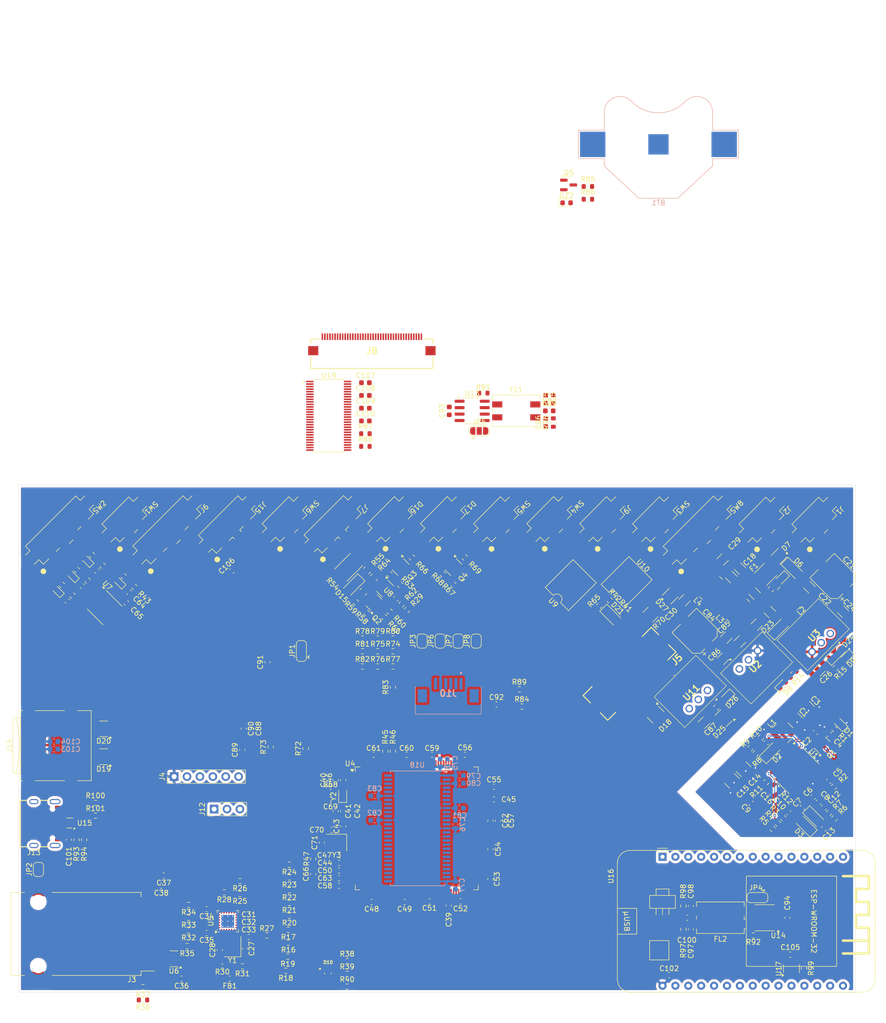
<source format=kicad_pcb>
(kicad_pcb
	(version 20241229)
	(generator "pcbnew")
	(generator_version "9.0")
	(general
		(thickness 1.6)
		(legacy_teardrops no)
	)
	(paper "A4")
	(layers
		(0 "F.Cu" signal)
		(4 "In1.Cu" power)
		(6 "In2.Cu" power)
		(2 "B.Cu" signal)
		(9 "F.Adhes" user "F.Adhesive")
		(11 "B.Adhes" user "B.Adhesive")
		(13 "F.Paste" user)
		(15 "B.Paste" user)
		(5 "F.SilkS" user "F.Silkscreen")
		(7 "B.SilkS" user "B.Silkscreen")
		(1 "F.Mask" user)
		(3 "B.Mask" user)
		(17 "Dwgs.User" user "User.Drawings")
		(19 "Cmts.User" user "User.Comments")
		(21 "Eco1.User" user "User.Eco1")
		(23 "Eco2.User" user "User.Eco2")
		(25 "Edge.Cuts" user)
		(27 "Margin" user)
		(31 "F.CrtYd" user "F.Courtyard")
		(29 "B.CrtYd" user "B.Courtyard")
		(35 "F.Fab" user)
		(33 "B.Fab" user)
		(39 "User.1" user)
		(41 "User.2" user)
		(43 "User.3" user)
		(45 "User.4" user)
		(47 "User.5" user)
		(49 "User.6" user)
		(51 "User.7" user)
		(53 "User.8" user)
		(55 "User.9" user)
	)
	(setup
		(stackup
			(layer "F.SilkS"
				(type "Top Silk Screen")
			)
			(layer "F.Paste"
				(type "Top Solder Paste")
			)
			(layer "F.Mask"
				(type "Top Solder Mask")
				(thickness 0.01)
			)
			(layer "F.Cu"
				(type "copper")
				(thickness 0.035)
			)
			(layer "dielectric 1"
				(type "prepreg")
				(thickness 0.1)
				(material "FR4")
				(epsilon_r 4.5)
				(loss_tangent 0.02)
			)
			(layer "In1.Cu"
				(type "copper")
				(thickness 0.035)
			)
			(layer "dielectric 2"
				(type "core")
				(thickness 1.24)
				(material "FR4")
				(epsilon_r 4.5)
				(loss_tangent 0.02)
			)
			(layer "In2.Cu"
				(type "copper")
				(thickness 0.035)
			)
			(layer "dielectric 3"
				(type "prepreg")
				(thickness 0.1)
				(material "FR4")
				(epsilon_r 4.5)
				(loss_tangent 0.02)
			)
			(layer "B.Cu"
				(type "copper")
				(thickness 0.035)
			)
			(layer "B.Mask"
				(type "Bottom Solder Mask")
				(thickness 0.01)
			)
			(layer "B.Paste"
				(type "Bottom Solder Paste")
			)
			(layer "B.SilkS"
				(type "Bottom Silk Screen")
			)
			(copper_finish "None")
			(dielectric_constraints no)
		)
		(pad_to_mask_clearance 0)
		(allow_soldermask_bridges_in_footprints no)
		(tenting front back)
		(pcbplotparams
			(layerselection 0x00000000_00000000_55555555_5755f5ff)
			(plot_on_all_layers_selection 0x00000000_00000000_00000000_00000000)
			(disableapertmacros no)
			(usegerberextensions no)
			(usegerberattributes yes)
			(usegerberadvancedattributes yes)
			(creategerberjobfile yes)
			(dashed_line_dash_ratio 12.000000)
			(dashed_line_gap_ratio 3.000000)
			(svgprecision 4)
			(plotframeref no)
			(mode 1)
			(useauxorigin no)
			(hpglpennumber 1)
			(hpglpenspeed 20)
			(hpglpendiameter 15.000000)
			(pdf_front_fp_property_popups yes)
			(pdf_back_fp_property_popups yes)
			(pdf_metadata yes)
			(pdf_single_document no)
			(dxfpolygonmode yes)
			(dxfimperialunits yes)
			(dxfusepcbnewfont yes)
			(psnegative no)
			(psa4output no)
			(plot_black_and_white yes)
			(sketchpadsonfab no)
			(plotpadnumbers no)
			(hidednponfab no)
			(sketchdnponfab yes)
			(crossoutdnponfab yes)
			(subtractmaskfromsilk no)
			(outputformat 1)
			(mirror no)
			(drillshape 1)
			(scaleselection 1)
			(outputdirectory "")
		)
	)
	(net 0 "")
	(net 1 "+3V3_FER")
	(net 2 "Earth")
	(net 3 "/Ethernet/LED_G")
	(net 4 "/Ethernet/LED_Y")
	(net 5 "GND")
	(net 6 "+3V3")
	(net 7 "+5V")
	(net 8 "/Power/3V3_Display")
	(net 9 "Net-(C5-Pad2)")
	(net 10 "Net-(U1-COMP)")
	(net 11 "Net-(U1-C1+)")
	(net 12 "Net-(U1-C1-)")
	(net 13 "Net-(U1-C2+)")
	(net 14 "Net-(U1-C2-)")
	(net 15 "Net-(U1-DRV)")
	(net 16 "Net-(U1-FB1)")
	(net 17 "Net-(U1-REF)")
	(net 18 "Net-(U1-VCOMIN)")
	(net 19 "+24V")
	(net 20 "Net-(U3-VI)")
	(net 21 "Net-(U2-VI)")
	(net 22 "/Peripherals/V_{ref2}")
	(net 23 "Net-(D1-A)")
	(net 24 "Net-(D15-K)")
	(net 25 "/IEC_Charging_Circuit/CP")
	(net 26 "/IEC_Charging_Circuit/PP")
	(net 27 "/Core/EV_Start_Charging")
	(net 28 "/Display/LCD_VGL")
	(net 29 "Net-(Q1-B)")
	(net 30 "Net-(Q2-G)")
	(net 31 "Net-(U1-FB3)")
	(net 32 "Net-(U1-FB2)")
	(net 33 "/IEC_Charging_Circuit/PWM_SENSE")
	(net 34 "/Core/Charging_Point_PWM")
	(net 35 "/Core/~{IMD_Error_LED}")
	(net 36 "/SDRAM/D9")
	(net 37 "/SDRAM/A11")
	(net 38 "/Core/~{AMS_Error_LED}")
	(net 39 "/SDRAM/D0")
	(net 40 "unconnected-(U4B-PC13-Pad8)")
	(net 41 "unconnected-(U4B-PD4-Pad146)")
	(net 42 "/Core/PCAP_RST")
	(net 43 "/Display/B5")
	(net 44 "unconnected-(U4B-PI8-Pad7)")
	(net 45 "/SDRAM/D14")
	(net 46 "/SDRAM/D2")
	(net 47 "/SDRAM/D4")
	(net 48 "/Core/OSC_in")
	(net 49 "/Core/SWCLK")
	(net 50 "unconnected-(U4B-PG3-Pad107)")
	(net 51 "/Display/R2")
	(net 52 "/SDRAM/A3")
	(net 53 "/SDRAM/D13")
	(net 54 "/Core/LCD_Reset")
	(net 55 "/Display/R0")
	(net 56 "/SDRAM/A2")
	(net 57 "/Display/R7")
	(net 58 "/Display/B4")
	(net 59 "/Core/AMS_Reset_in")
	(net 60 "/Core/AMS_Reset_out")
	(net 61 "/Core/SDC_out")
	(net 62 "/SDRAM/A0")
	(net 63 "unconnected-(U4B-PF8-Pad26)")
	(net 64 "/SDRAM/SDNE0")
	(net 65 "/Core/SWDIO")
	(net 66 "/SDRAM/A10")
	(net 67 "unconnected-(U4B-PC10-Pad139)")
	(net 68 "/Display/G0")
	(net 69 "/SDRAM/BA0")
	(net 70 "/Ethernet/RMII_TX_EN")
	(net 71 "/Core/NRST")
	(net 72 "/SDRAM/D12")
	(net 73 "/SDRAM/NBL0")
	(net 74 "/Display/B0")
	(net 75 "/Core/RMII_nRST")
	(net 76 "/Display/G2")
	(net 77 "/Display/R1")
	(net 78 "unconnected-(U4B-PI9-Pad11)")
	(net 79 "/SDRAM/SDNWE")
	(net 80 "/Ethernet/RMII_RXD1")
	(net 81 "/SDRAM/A9")
	(net 82 "/SDRAM/D11")
	(net 83 "unconnected-(U4B-PI6-Pad175)")
	(net 84 "/Display/DE")
	(net 85 "/Display/G3")
	(net 86 "/Display/CLK")
	(net 87 "/Peripherals/USART_RX")
	(net 88 "unconnected-(U4B-PB5-Pad163)")
	(net 89 "unconnected-(U4B-PI3-Pad134)")
	(net 90 "/Peripherals/USB_OTG_VBUS")
	(net 91 "/SDRAM/A4")
	(net 92 "/Display/B3")
	(net 93 "/Peripherals/SDMMC_D0")
	(net 94 "/SDRAM/D15")
	(net 95 "/SDRAM/D3")
	(net 96 "/Display/G4")
	(net 97 "/SDRAM/A7")
	(net 98 "/SDRAM/A12")
	(net 99 "Net-(U4F-BOOT0)")
	(net 100 "unconnected-(U4B-PD7-Pad151)")
	(net 101 "/Display/G7")
	(net 102 "/Core/LED_B")
	(net 103 "/Ethernet/RMII_MDIO")
	(net 104 "/Display/G1")
	(net 105 "/Display/R6")
	(net 106 "/SDRAM/D6")
	(net 107 "/SDRAM/A1")
	(net 108 "/SDRAM/D8")
	(net 109 "/Display/B6")
	(net 110 "/Display/R4")
	(net 111 "/Core/OSC_out")
	(net 112 "unconnected-(U4B-PA15-Pad138)")
	(net 113 "/SDRAM/A5")
	(net 114 "/Display/G6")
	(net 115 "/Peripherals/ESP_RX")
	(net 116 "unconnected-(U4B-PF9-Pad27)")
	(net 117 "/Display/G5")
	(net 118 "/Core/LED_G")
	(net 119 "/Display/R5")
	(net 120 "unconnected-(U4B-PE2-Pad1)")
	(net 121 "/Ethernet/RMII_TXD1")
	(net 122 "/SDRAM/D5")
	(net 123 "/Peripherals/SDMMC_CMD")
	(net 124 "/SDRAM/D1")
	(net 125 "Net-(U4A-VREF+)")
	(net 126 "/Display/B1")
	(net 127 "/Display/B7")
	(net 128 "unconnected-(U4B-PD11-Pad99)")
	(net 129 "/Ethernet/RMII_MDC")
	(net 130 "unconnected-(U4B-PE3-Pad2)")
	(net 131 "/Core/OSC32_in")
	(net 132 "/SDRAM/SDCLK")
	(net 133 "/Peripherals/USART_TX")
	(net 134 "unconnected-(U4B-PA10-Pad121)")
	(net 135 "/Core/LED_R")
	(net 136 "/SDRAM/SDCKE0")
	(net 137 "/Ethernet/RMII_RXD0")
	(net 138 "unconnected-(U4B-PC11-Pad140)")
	(net 139 "/Ethernet/RMII_CRS_DV")
	(net 140 "/Core/TRACESWO")
	(net 141 "/Display/HSYNC")
	(net 142 "/Ethernet/RMII_TXD0")
	(net 143 "/SDRAM/D10")
	(net 144 "/SDRAM/SDNCAS")
	(net 145 "/Display/R3")
	(net 146 "/Core/OSC32_out")
	(net 147 "/Display/VSYNC")
	(net 148 "/SDRAM/D7")
	(net 149 "unconnected-(U4B-PG9-Pad152)")
	(net 150 "/SDRAM/BA1")
	(net 151 "/SDRAM/SDNRAS")
	(net 152 "/SDRAM/A6")
	(net 153 "/SDRAM/NBL1")
	(net 154 "/Display/B2")
	(net 155 "/Ethernet/RMII_REF_CLK")
	(net 156 "/SDRAM/A8")
	(net 157 "unconnected-(U4B-PB2-Pad58)")
	(net 158 "/Ethernet/XTAL2")
	(net 159 "/Ethernet/XTAL1")
	(net 160 "/Peripherals/ESP_TX")
	(net 161 "/Peripherals/STM_CAN_TX")
	(net 162 "/Peripherals/STM_CAN_RX")
	(net 163 "/Peripherals/SDMMC_CK")
	(net 164 "/Peripherals/ESP_CAN_RX")
	(net 165 "/SDC_and_SCS/RSD_in")
	(net 166 "/SDC_and_SCS/RSD_out")
	(net 167 "/Core/CANH")
	(net 168 "/Core/CANL")
	(net 169 "/Peripherals/ESP_CAN_TX")
	(net 170 "/Display/LCD_VGH")
	(net 171 "Net-(D5-A)")
	(net 172 "Net-(D9-A)")
	(net 173 "/Core/SDC_in")
	(net 174 "Net-(Q3-G)")
	(net 175 "Net-(Q4-G)")
	(net 176 "/Core/SDC_enable")
	(net 177 "/Display/I2C_SDA")
	(net 178 "/Display/I2C_SCL")
	(net 179 "/Display/LCD_SELB")
	(net 180 "VDD")
	(net 181 "/Display/LCD_STBYB")
	(net 182 "Net-(J1-Pin_1)")
	(net 183 "/Display/LCD_U{slash}D")
	(net 184 "/Display/LCD_L{slash}R")
	(net 185 "/Display/RXIN0-")
	(net 186 "/Display/RXCLKIN+")
	(net 187 "/Display/RXIN0+")
	(net 188 "/Display/RXIN2-")
	(net 189 "/Display/RXIN1-")
	(net 190 "/Display/RXIN2+")
	(net 191 "/Display/RXIN3+")
	(net 192 "/Display/RXIN3-")
	(net 193 "/Display/RXIN1+")
	(net 194 "/Display/RXCLKIN-")
	(net 195 "Net-(J2-Pin_1)")
	(net 196 "Net-(U4F-PDR_ON)")
	(net 197 "/Peripherals/SDMMC_D1")
	(net 198 "/Peripherals/SDMMC_D2")
	(net 199 "/Peripherals/SDMMC_D3")
	(net 200 "/Core/SDC_Voltage")
	(net 201 "/Core/TSAL_Green")
	(net 202 "/Core/TS_on")
	(net 203 "/Peripherals/USB_OTG_DP")
	(net 204 "/Peripherals/USB_OTG_DN")
	(net 205 "/Peripherals/D-")
	(net 206 "/Peripherals/D+")
	(net 207 "/Core/PCAP_Int")
	(net 208 "/Display/LCD_VDD")
	(net 209 "/Core/Encoder_push")
	(net 210 "/Core/Encoder_A")
	(net 211 "/Core/Encoder_B")
	(net 212 "/Ethernet/RXN")
	(net 213 "/Ethernet/TXN")
	(net 214 "/Ethernet/RXP")
	(net 215 "/Ethernet/TXP")
	(net 216 "/Core/SDC_on")
	(net 217 "/Core/EncB_on")
	(net 218 "/Core/EncPush_on")
	(net 219 "/Core/EncA_on")
	(net 220 "Net-(D16-A)")
	(net 221 "Net-(D16-K)")
	(net 222 "Net-(D17-K)")
	(net 223 "Net-(D17-A)")
	(net 224 "/Display/LCD_AVDD")
	(net 225 "/Display/VCOM")
	(net 226 "Net-(D7-K)")
	(net 227 "unconnected-(U4B-PH9-Pad86)")
	(net 228 "unconnected-(U4B-PH6-Pad83)")
	(net 229 "unconnected-(U4B-PH7-Pad84)")
	(net 230 "Net-(D3-A)")
	(net 231 "Net-(J13-CC2)")
	(net 232 "Net-(U5-VDDCR)")
	(net 233 "Net-(C39-Pad1)")
	(net 234 "Net-(C45-Pad1)")
	(net 235 "Net-(D11-K)")
	(net 236 "Net-(D12-K)")
	(net 237 "Net-(D13-K)")
	(net 238 "Net-(D14-K)")
	(net 239 "Net-(U15-VBUS)")
	(net 240 "Net-(D2-A)")
	(net 241 "Net-(D8-A)")
	(net 242 "Net-(D10-BK)")
	(net 243 "Net-(D10-GK)")
	(net 244 "Net-(D10-RK)")
	(net 245 "Net-(D11-A)")
	(net 246 "Net-(U13-CANH)")
	(net 247 "Net-(U13-CANL)")
	(net 248 "Net-(U14-CANH)")
	(net 249 "Net-(U14-CANL)")
	(net 250 "Net-(J3-Pad11)")
	(net 251 "Net-(J3-Pad2)")
	(net 252 "unconnected-(J3-NC-Pad9)")
	(net 253 "Net-(J5-Pin_2)")
	(net 254 "Net-(J13-CC1)")
	(net 255 "unconnected-(J13-SBU2-PadB8)")
	(net 256 "unconnected-(J13-SBU1-PadA8)")
	(net 257 "Net-(Q2-D)")
	(net 258 "Net-(R29-Pad1)")
	(net 259 "Net-(J15-Pin_2)")
	(net 260 "Net-(JP4-C)")
	(net 261 "Net-(JP5-C)")
	(net 262 "Net-(R3-Pad2)")
	(net 263 "Net-(R8-Pad2)")
	(net 264 "Net-(U5-TXD0)")
	(net 265 "Net-(U5-TXD1)")
	(net 266 "Net-(U5-TXEN)")
	(net 267 "Net-(U5-RXD0{slash}MODE0)")
	(net 268 "Net-(U5-RXD1{slash}MODE1)")
	(net 269 "Net-(U5-CRS_DV{slash}MODE2)")
	(net 270 "Net-(U5-MDIO)")
	(net 271 "Net-(U5-MDC)")
	(net 272 "Net-(U5-~{INT}{slash}REFCLKO)")
	(net 273 "Net-(U5-RXER{slash}PHYAD0)")
	(net 274 "Net-(U5-RBIAS)")
	(net 275 "Net-(U8--)")
	(net 276 "Net-(R65-Pad1)")
	(net 277 "Net-(R70-Pad2)")
	(net 278 "V_{In}")
	(net 279 "Net-(R75-Pad2)")
	(net 280 "Net-(U13-Rs)")
	(net 281 "Net-(U14-Rs)")
	(net 282 "Net-(U16-D21)")
	(net 283 "unconnected-(U7-Pad12)")
	(net 284 "unconnected-(U7-Pad10)")
	(net 285 "unconnected-(U9-Pad3)")
	(net 286 "unconnected-(U10-Pad3)")
	(net 287 "unconnected-(U10-Pad5)")
	(net 288 "unconnected-(U16-D26-Pad7)")
	(net 289 "unconnected-(U16-D2-Pad27)")
	(net 290 "unconnected-(U16-VIN-Pad1)")
	(net 291 "unconnected-(U16-D34-Pad12)")
	(net 292 "unconnected-(U16-D39{slash}VN-Pad13)")
	(net 293 "unconnected-(U16-D19-Pad21)")
	(net 294 "unconnected-(U16-D36{slash}VP-Pad14)")
	(net 295 "unconnected-(U16-TX0{slash}D1-Pad18)")
	(net 296 "unconnected-(U16-D14-Pad5)")
	(net 297 "unconnected-(U16-D25-Pad8)")
	(net 298 "unconnected-(U16-D15-Pad28)")
	(net 299 "unconnected-(U16-D13-Pad3)")
	(net 300 "unconnected-(U16-D23-Pad16)")
	(net 301 "unconnected-(U16-D27-Pad6)")
	(net 302 "unconnected-(U16-EN-Pad15)")
	(net 303 "unconnected-(U16-D33-Pad9)")
	(net 304 "unconnected-(U16-D22-Pad17)")
	(net 305 "unconnected-(U16-D35-Pad11)")
	(net 306 "unconnected-(U16-D18-Pad22)")
	(net 307 "unconnected-(U16-D12-Pad4)")
	(net 308 "unconnected-(U16-D32-Pad10)")
	(net 309 "unconnected-(U16-RX0{slash}D3-Pad19)")
	(net 310 "unconnected-(U17-NC-Pad1)")
	(net 311 "Net-(BT1-+)")
	(net 312 "VBAT")
	(net 313 "Net-(D22-A)")
	(net 314 "Net-(Q5-G)")
	(net 315 "unconnected-(U18-NC-Pad40)")
	(net 316 "unconnected-(U18-NC-Pad36)")
	(net 317 "Net-(U11-VI)")
	(net 318 "Net-(D25-K)")
	(net 319 "Net-(D26-A)")
	(net 320 "+12V")
	(net 321 "unconnected-(J8-Pin_37-Pad37)")
	(net 322 "unconnected-(J8-Pin_23-Pad23)")
	(net 323 "unconnected-(J8-Pin_26-Pad26)")
	(net 324 "Net-(J8-Pin_35)")
	(net 325 "unconnected-(J8-Pin_27-Pad27)")
	(net 326 "unconnected-(J8-Pin_24-Pad24)")
	(net 327 "Net-(J8-Pin_38)")
	(net 328 "unconnected-(J8-Pin_4-Pad4)")
	(net 329 "Net-(J8-Pin_29)")
	(net 330 "Net-(J8-Pin_1)")
	(net 331 "unconnected-(J8-Pin_36-Pad36)")
	(net 332 "Net-(U19-CLKSEL)")
	(net 333 "Net-(U19-~{SHTDN})")
	(net 334 "Net-(R76-Pad2)")
	(net 335 "/Peripherals/V_{ref1}")
	(footprint "Capacitor_SMD:C_1206_3216Metric" (layer "F.Cu") (at 211.65 68.997055 -45))
	(footprint "Capacitor_SMD:C_0603_1608Metric" (layer "F.Cu") (at 210.928429 94.747055 45))
	(footprint "Package_SO:SOIC-8_3.9x4.9mm_P1.27mm" (layer "F.Cu") (at 210.6 129.21 180))
	(footprint "Resistor_SMD:R_0603_1608Metric" (layer "F.Cu") (at 107.265 121.99 180))
	(footprint "Capacitor_SMD:C_0603_1608Metric" (layer "F.Cu") (at 108.01 91.9625 -90))
	(footprint "Capacitor_SMD:C_1206_3216Metric" (layer "F.Cu") (at 226.05 68.897055 -45))
	(footprint "Capacitor_SMD:C_0603_1608Metric" (layer "F.Cu") (at 84.9 67.197055 135))
	(footprint "Resistor_SMD:R_0603_1608Metric" (layer "F.Cu") (at 137.4 79.7))
	(footprint "Package_TO_SOT_SMD:SOT-23" (layer "F.Cu") (at 172 -15.155))
	(footprint "Jumper:SolderJumper-2_P1.3mm_Open_RoundedPad1.0x1.5mm" (layer "F.Cu") (at 146.7 74.7 90))
	(footprint "Capacitor_SMD:C_0603_1608Metric" (layer "F.Cu") (at 212 104.6 -45))
	(footprint "Charger:ESP32-WROOM-32-DevKit-30Pin" (layer "F.Cu") (at 190.5 117.2 -90))
	(footprint "LED_SMD:LED_0603_1608Metric" (layer "F.Cu") (at 171.6 -11.64))
	(footprint "Inductor_SMD:L_Wuerth_WE-PD2-Typ-MS" (layer "F.Cu") (at 205.4 68.697055 -45))
	(footprint "Package_TO_SOT_SMD:SOT-23-3" (layer "F.Cu") (at 149.328751 60.125806 -45))
	(footprint "Resistor_SMD:R_0603_1608Metric" (layer "F.Cu") (at 97.165 131.71 180))
	(footprint "Package_DIP:SMDIP-6_W9.53mm" (layer "F.Cu") (at 172.428751 63.675806 135))
	(footprint "FaSTTUBe_connectors:Micro_Mate-N-Lok_2p_vertical" (layer "F.Cu") (at 220.4 50.8 -135))
	(footprint "Resistor_SMD:R_0603_1608Metric" (layer "F.Cu") (at 169 27.05 90))
	(footprint "Resistor_SMD:R_0603_1608Metric" (layer "F.Cu") (at 78.8 106.59))
	(footprint "Diode_SMD:D_SOD-123" (layer "F.Cu") (at 216.2 60.547055 -45))
	(footprint "Jumper:SolderJumper-2_P1.3mm_Open_RoundedPad1.0x1.5mm" (layer "F.Cu") (at 143.15 74.7 90))
	(footprint "Package_SO:TSSOP-56_6.1x14mm_P0.5mm" (layer "F.Cu") (at 124.75 30.32))
	(footprint "Inductor_SMD:L_0603_1608Metric" (layer "F.Cu") (at 105.265 141.2 180))
	(footprint "Resistor_SMD:R_0603_1608Metric" (layer "F.Cu") (at 75.07 113.85 -90))
	(footprint "Inductor_SMD:L_Wuerth_WE-PD2-Typ-MS" (layer "F.Cu") (at 215.35 66.297055 45))
	(footprint "LED_SMD:LED_0603_1608Metric" (layer "F.Cu") (at 213.956847 62.390208 -135))
	(footprint "Capacitor_SMD:CP_Elec_6.3x7.7" (layer "F.Cu") (at 224.35 62.247055 135))
	(footprint "Capacitor_SMD:C_0603_1608Metric" (layer "F.Cu") (at 196.100001 126.899999 90))
	(footprint "LED_SMD:LED_0603_1608Metric" (layer "F.Cu") (at 225.45 91 135))
	(footprint "Resistor_SMD:R_0603_1608Metric" (layer "F.Cu") (at 88.165 145.41 180))
	(footprint "Resistor_SMD:R_0603_1608Metric" (layer "F.Cu") (at 138.828751 63.625806 -45))
	(footprint "Capacitor_SMD:C_1210_3225Metric" (layer "F.Cu") (at 218.978429 88.047055 -45))
	(footprint "Resistor_SMD:R_0603_1608Metric"
		(layer "F.Cu")
		(uuid "2424edff-e9ea-4c23-b0ee-f420a8e74dc0")
		(at 224.360051 109.610051 45)
		(descr "Resistor SMD 0603 (1608 Metric), square (rectangular) end terminal, IPC_7351 nominal, (Body size source: IPC-SM-782 page 72, https://www.pcb-3d.com/wordpress/wp-content/uploads/ipc-sm-782a_amendment_1_and_2.pdf), generated with kicad-footprint-generator")
		(tags "resistor")
		(property "Reference" "R6"
			(at 2.381978 -0.01802 45)
			(layer "F.SilkS")
			(uuid "43bed92b-2c6f-48d3-8484-4406e0be6e9e")
			(effects
				(font
					(size 1 1)
					(thickness 0.15)
		
... [2462593 chars truncated]
</source>
